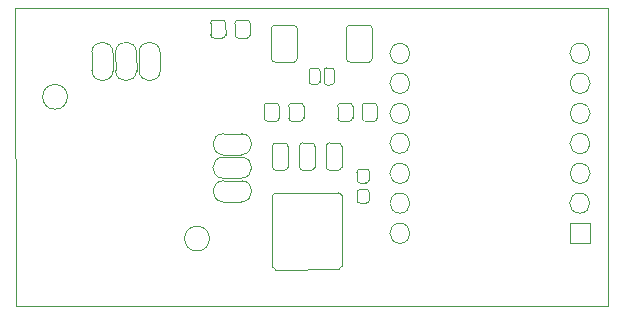
<source format=gbr>
%TF.GenerationSoftware,KiCad,Pcbnew,8.0.2-1*%
%TF.CreationDate,2024-05-23T15:55:47-04:00*%
%TF.ProjectId,humep1,68756d65-7031-42e6-9b69-6361645f7063,rev?*%
%TF.SameCoordinates,Original*%
%TF.FileFunction,Other,User*%
%FSLAX46Y46*%
G04 Gerber Fmt 4.6, Leading zero omitted, Abs format (unit mm)*
G04 Created by KiCad (PCBNEW 8.0.2-1) date 2024-05-23 15:55:47*
%MOMM*%
%LPD*%
G01*
G04 APERTURE LIST*
%ADD10C,0.100000*%
G04 APERTURE END LIST*
D10*
X67274999Y-68725000D02*
G75*
G02*
X66951131Y-68994515I-269499J-5500D01*
G01*
X63647203Y-57553562D02*
X64083544Y-57552798D01*
X56470000Y-65100000D02*
G75*
G02*
X56417699Y-66879737I-52300J-889100D01*
G01*
X64930000Y-64177527D02*
X64928514Y-65948813D01*
X61403952Y-60516475D02*
G75*
G02*
X61704587Y-60795710I20648J-279225D01*
G01*
X61627527Y-63897927D02*
X62398812Y-63899013D01*
X45780000Y-56200000D02*
G75*
G02*
X47559737Y-56252301I889100J-52300D01*
G01*
X60736394Y-62064599D02*
G75*
G02*
X60435735Y-61785364I-20694J279199D01*
G01*
X60370000Y-64187527D02*
X60368514Y-65958813D01*
X85937500Y-70705000D02*
X85940000Y-72390000D01*
X63881187Y-66198514D02*
G75*
G02*
X63630000Y-65920000I28813J278514D01*
G01*
X85137531Y-63099726D02*
G75*
G02*
X85112531Y-63099358I-25031J-849974D01*
G01*
X61180000Y-56750000D02*
G75*
G02*
X60917210Y-57047683I-300000J0D01*
G01*
X54875398Y-68884446D02*
G75*
G02*
X54927699Y-67104717I52302J889096D01*
G01*
X66226715Y-66399806D02*
G75*
G02*
X66494454Y-66100006I267785J30306D01*
G01*
X66494454Y-67276725D02*
G75*
G02*
X66224995Y-66974999I46J271225D01*
G01*
X54865398Y-66884446D02*
G75*
G02*
X54917699Y-65104717I52302J889096D01*
G01*
X54917699Y-65104723D02*
X56470000Y-65100000D01*
X69887531Y-63074726D02*
G75*
G02*
X69862531Y-63074358I-25031J-849974D01*
G01*
X59242790Y-53942317D02*
X60881459Y-53950000D01*
X62650000Y-64177527D02*
X62648514Y-65948813D01*
X65322317Y-56782113D02*
X65330000Y-54234903D01*
X54875398Y-64894446D02*
X56427699Y-64889723D01*
X69887531Y-65624726D02*
G75*
G02*
X69862531Y-65624358I-25031J-849974D01*
G01*
X43780000Y-56200000D02*
G75*
G02*
X45559737Y-56252301I889100J-52300D01*
G01*
X63426342Y-57792798D02*
G75*
G02*
X63647206Y-57553603I239958J-2D01*
G01*
X49564446Y-57804602D02*
G75*
G02*
X47784717Y-57752301I-889096J52302D01*
G01*
X66494454Y-66100000D02*
X67000000Y-66100000D01*
X60917210Y-57047683D02*
X59270000Y-57050000D01*
X54793952Y-53476475D02*
X54105173Y-53480537D01*
X65548779Y-60525938D02*
G75*
G02*
X65849530Y-60805173I20721J-279262D01*
G01*
X87460000Y-52495000D02*
X37310000Y-52500000D01*
X87460000Y-77695000D02*
X87460000Y-52495000D01*
X67929235Y-61769316D02*
G75*
G02*
X67650000Y-62070000I-279235J-20684D01*
G01*
X61349013Y-64149115D02*
G75*
G02*
X61627527Y-63897929I278487J-28785D01*
G01*
X56863952Y-53486475D02*
G75*
G02*
X57164587Y-53765710I20648J-279225D01*
G01*
X84305000Y-70710000D02*
X85930000Y-70710000D01*
X54875398Y-68884446D02*
X56427699Y-68879723D01*
X60368514Y-65958813D02*
G75*
G02*
X60090000Y-66210000I-278514J28813D01*
G01*
X59069013Y-64159115D02*
G75*
G02*
X59347527Y-63907929I278487J-28785D01*
G01*
X64881221Y-62074062D02*
X65574827Y-62069463D01*
X59333952Y-60526475D02*
G75*
G02*
X59634587Y-60805710I20648J-279225D01*
G01*
X67529142Y-54207693D02*
X67530000Y-56744903D01*
X52707547Y-70949047D02*
G75*
G02*
X52682548Y-70948748I-25047J-1050353D01*
G01*
X37330000Y-77700000D02*
X87460000Y-77695000D01*
X67000000Y-67825000D02*
G75*
G02*
X67275000Y-68100000I0J-275000D01*
G01*
X62400861Y-57550764D02*
X62837202Y-57550000D01*
X54927699Y-67104723D02*
X56480000Y-67100000D01*
X67275000Y-68100000D02*
X67274999Y-68725000D01*
X64083544Y-57552798D02*
G75*
G02*
X64322738Y-57773662I-44J-240002D01*
G01*
X54875398Y-64894446D02*
G75*
G02*
X54927699Y-63114717I52302J889096D01*
G01*
X56863952Y-53486475D02*
X56175173Y-53490537D01*
X69887531Y-57999726D02*
G75*
G02*
X69862531Y-57999358I-25031J-849974D01*
G01*
X66494454Y-69001725D02*
G75*
G02*
X66224995Y-68699999I46J271225D01*
G01*
X63629013Y-64149115D02*
G75*
G02*
X63907527Y-63897929I278487J-28785D01*
G01*
X66226715Y-68124806D02*
G75*
G02*
X66494454Y-67825006I267785J30306D01*
G01*
X67000000Y-66100000D02*
G75*
G02*
X67275000Y-66375000I0J-275000D01*
G01*
X63907527Y-63897927D02*
X64678812Y-63899013D01*
X40687547Y-58949047D02*
G75*
G02*
X40662548Y-58948748I-25047J-1050353D01*
G01*
X54865398Y-66884446D02*
X56417699Y-66879723D01*
X85940000Y-72390000D02*
X84270000Y-72380000D01*
X58972317Y-56787210D02*
X58980000Y-54240000D01*
X65548779Y-60525938D02*
X64860000Y-60530000D01*
X65592790Y-53937220D02*
X67231459Y-53944903D01*
X59069999Y-65930000D02*
X59069013Y-64159115D01*
X63666342Y-58952798D02*
G75*
G02*
X63427066Y-58731940I-42J239998D01*
G01*
X69887531Y-60549726D02*
G75*
G02*
X69862531Y-60549358I-25031J-849974D01*
G01*
X64095481Y-58952034D02*
X63666342Y-58952798D01*
X61601187Y-66198514D02*
G75*
G02*
X61350000Y-65920000I28813J278514D01*
G01*
X85127531Y-55459726D02*
G75*
G02*
X85102531Y-55459358I-25031J-849974D01*
G01*
X56196394Y-55034599D02*
G75*
G02*
X55895735Y-54755364I-20694J279199D01*
G01*
X66225001Y-68700000D02*
X66226715Y-68124806D01*
X64881221Y-62074062D02*
G75*
G02*
X64580470Y-61794827I-20721J279262D01*
G01*
X64928514Y-65948813D02*
G75*
G02*
X64650000Y-66200000I-278514J28813D01*
G01*
X60118812Y-63909013D02*
G75*
G02*
X60369973Y-64187527I-28812J-278487D01*
G01*
X66956394Y-62074599D02*
G75*
G02*
X66655735Y-61795364I-20694J279199D01*
G01*
X66951133Y-67269506D02*
X66494454Y-67276725D01*
X69887531Y-70699726D02*
G75*
G02*
X69862531Y-70699358I-25031J-849974D01*
G01*
X64580765Y-60830684D02*
G75*
G02*
X64860000Y-60530000I279235J20684D01*
G01*
X58666394Y-62074599D02*
X59360000Y-62070000D01*
X60736394Y-62064599D02*
X61430000Y-62060000D01*
X64322780Y-57773659D02*
X64316342Y-58712798D01*
X62420000Y-58950000D02*
G75*
G02*
X62180764Y-58729139I0J240000D01*
G01*
X56480000Y-67100000D02*
G75*
G02*
X56427699Y-68879737I-52300J-889100D01*
G01*
X62370000Y-66200001D02*
X61601187Y-66198514D01*
X45564446Y-57804602D02*
X45559723Y-56252301D01*
X59634636Y-60805710D02*
X59639235Y-61769316D01*
X47784723Y-57752301D02*
X47780000Y-56200000D01*
X59333952Y-60526475D02*
X58645173Y-60530537D01*
X47564446Y-57804602D02*
G75*
G02*
X45784717Y-57752301I-889096J52302D01*
G01*
X58980000Y-54240000D02*
G75*
G02*
X59242790Y-53942317I300000J0D01*
G01*
X67623952Y-60526475D02*
X66935173Y-60530537D01*
X66225001Y-66975000D02*
X66226715Y-66399806D01*
X62180000Y-57790000D02*
G75*
G02*
X62400861Y-57550764I240000J0D01*
G01*
X61704636Y-60795710D02*
X61709235Y-61759316D01*
X64941461Y-74326587D02*
G75*
G02*
X64700000Y-74574996I-275861J26587D01*
G01*
X65854062Y-61768779D02*
G75*
G02*
X65574827Y-62069530I-279262J-20721D01*
G01*
X85137531Y-65624726D02*
G75*
G02*
X85112531Y-65624358I-25031J-849974D01*
G01*
X65330000Y-54234903D02*
G75*
G02*
X65592790Y-53937217I300000J3D01*
G01*
X85137531Y-57999726D02*
G75*
G02*
X85112531Y-57999358I-25031J-849974D01*
G01*
X67924636Y-60805710D02*
X67929235Y-61769316D01*
X67623952Y-60526475D02*
G75*
G02*
X67924587Y-60805710I20648J-279225D01*
G01*
X67530000Y-56744903D02*
G75*
G02*
X67267210Y-57042583I-300000J3D01*
G01*
X84270000Y-72380000D02*
X84262500Y-70725000D01*
X69887531Y-55474726D02*
G75*
G02*
X69862531Y-55474358I-25031J-849974D01*
G01*
X66655938Y-60831221D02*
X66655710Y-61795364D01*
X66951133Y-68994506D02*
X66494454Y-69001725D01*
X61179142Y-54212790D02*
X61180000Y-56750000D01*
X59298413Y-74616461D02*
G75*
G02*
X59050004Y-74375000I26587J275861D01*
G01*
X64701586Y-68097866D02*
G75*
G02*
X64949973Y-68339330I-26586J-275834D01*
G01*
X63076438Y-57770861D02*
X63070000Y-58710000D01*
X67267210Y-57042586D02*
X65620000Y-57044903D01*
X43784723Y-57752301D02*
X43780000Y-56200000D01*
X45784723Y-57752301D02*
X45780000Y-56200000D01*
X63629999Y-65920000D02*
X63629013Y-64149115D01*
X59321187Y-66208514D02*
G75*
G02*
X59070000Y-65930000I28813J278514D01*
G01*
X85112531Y-68149726D02*
G75*
G02*
X85087531Y-68149358I-25031J-849974D01*
G01*
X62849139Y-58949236D02*
X62420000Y-58950000D01*
X55895938Y-53791221D02*
G75*
G02*
X56175173Y-53490470I279262J20721D01*
G01*
X60881459Y-53950000D02*
G75*
G02*
X61179183Y-54212785I41J-300000D01*
G01*
X57164636Y-53765710D02*
X57169235Y-54729316D01*
X54126394Y-55024599D02*
G75*
G02*
X53825735Y-54745364I-20694J279199D01*
G01*
X65620000Y-57044903D02*
G75*
G02*
X65322314Y-56782113I0J300003D01*
G01*
X85137531Y-60549726D02*
G75*
G02*
X85112531Y-60549358I-25031J-849974D01*
G01*
X63070000Y-58710000D02*
G75*
G02*
X62849139Y-58949236I-240000J0D01*
G01*
X60090000Y-66210001D02*
X59321187Y-66208514D01*
X60435938Y-60821221D02*
G75*
G02*
X60715173Y-60520470I279262J20721D01*
G01*
X54793952Y-53476475D02*
G75*
G02*
X55094587Y-53755710I20648J-279225D01*
G01*
X58365938Y-60831221D02*
G75*
G02*
X58645173Y-60530470I279262J20721D01*
G01*
X59050000Y-68350000D02*
G75*
G02*
X59291459Y-68101569I275900J-26600D01*
G01*
X62837202Y-57550000D02*
G75*
G02*
X63076436Y-57770861I-2J-240000D01*
G01*
X55895938Y-53791221D02*
X55895710Y-54755364D01*
X64949999Y-68339327D02*
X64941461Y-74326587D01*
X65849463Y-60805173D02*
X65854062Y-61768779D01*
X61349999Y-65920000D02*
X61349013Y-64149115D01*
X59291461Y-68101587D02*
X64701586Y-68097866D01*
X64316342Y-58712798D02*
G75*
G02*
X64095484Y-58952074I-240042J-2D01*
G01*
X54927699Y-63114723D02*
X56480000Y-63110000D01*
X62180764Y-58729139D02*
X62180000Y-57790000D01*
X54126394Y-55024599D02*
X54820000Y-55020000D01*
X60435938Y-60821221D02*
X60435710Y-61785364D01*
X62398812Y-63899013D02*
G75*
G02*
X62649973Y-64177527I-28812J-278487D01*
G01*
X66956394Y-62074599D02*
X67650000Y-62070000D01*
X61709235Y-61759316D02*
G75*
G02*
X61430000Y-62060000I-279235J-20684D01*
G01*
X53825938Y-53781221D02*
X53825710Y-54745364D01*
X56480000Y-63110000D02*
G75*
G02*
X56427699Y-64889737I-52300J-889100D01*
G01*
X57169235Y-54729316D02*
G75*
G02*
X56890000Y-55030000I-279235J-20684D01*
G01*
X63427106Y-58731937D02*
X63426342Y-57792798D01*
X64580765Y-60830684D02*
X64580537Y-61794827D01*
X45564446Y-57804602D02*
G75*
G02*
X43784717Y-57752301I-889096J52302D01*
G01*
X37310000Y-52500000D02*
X37329792Y-77700000D01*
X53825938Y-53781221D02*
G75*
G02*
X54105173Y-53480470I279262J20721D01*
G01*
X58666394Y-62074599D02*
G75*
G02*
X58365735Y-61795364I-20694J279199D01*
G01*
X55094636Y-53755710D02*
X55099235Y-54719316D01*
X67231459Y-53944903D02*
G75*
G02*
X67529180Y-54207688I41J-299997D01*
G01*
X58365938Y-60831221D02*
X58365710Y-61795364D01*
X59270000Y-57050000D02*
G75*
G02*
X58972317Y-56787210I0J300000D01*
G01*
X69887531Y-68149726D02*
G75*
G02*
X69862531Y-68149358I-25031J-849974D01*
G01*
X61403952Y-60516475D02*
X60715173Y-60520537D01*
X66494454Y-67825000D02*
X67000000Y-67825000D01*
X47564446Y-57804602D02*
X47559723Y-56252301D01*
X64678812Y-63899013D02*
G75*
G02*
X64929973Y-64177527I-28812J-278487D01*
G01*
X62648514Y-65948813D02*
G75*
G02*
X62370000Y-66200000I-278514J28813D01*
G01*
X49564446Y-57804602D02*
X49559723Y-56252301D01*
X67274999Y-67000000D02*
G75*
G02*
X66951131Y-67269515I-269499J-5500D01*
G01*
X59347527Y-63907927D02*
X60118812Y-63909013D01*
X56196394Y-55034599D02*
X56890000Y-55030000D01*
X55099235Y-54719316D02*
G75*
G02*
X54820000Y-55020000I-279235J-20684D01*
G01*
X64650000Y-66200001D02*
X63881187Y-66198514D01*
X66655938Y-60831221D02*
G75*
G02*
X66935173Y-60530470I279262J20721D01*
G01*
X64700000Y-74575000D02*
X59298413Y-74616461D01*
X67275000Y-66375000D02*
X67274999Y-67000000D01*
X47780000Y-56200000D02*
G75*
G02*
X49559737Y-56252301I889100J-52300D01*
G01*
X59639235Y-61769316D02*
G75*
G02*
X59360000Y-62070000I-279235J-20684D01*
G01*
X59050000Y-74375000D02*
X59050000Y-68350000D01*
M02*

</source>
